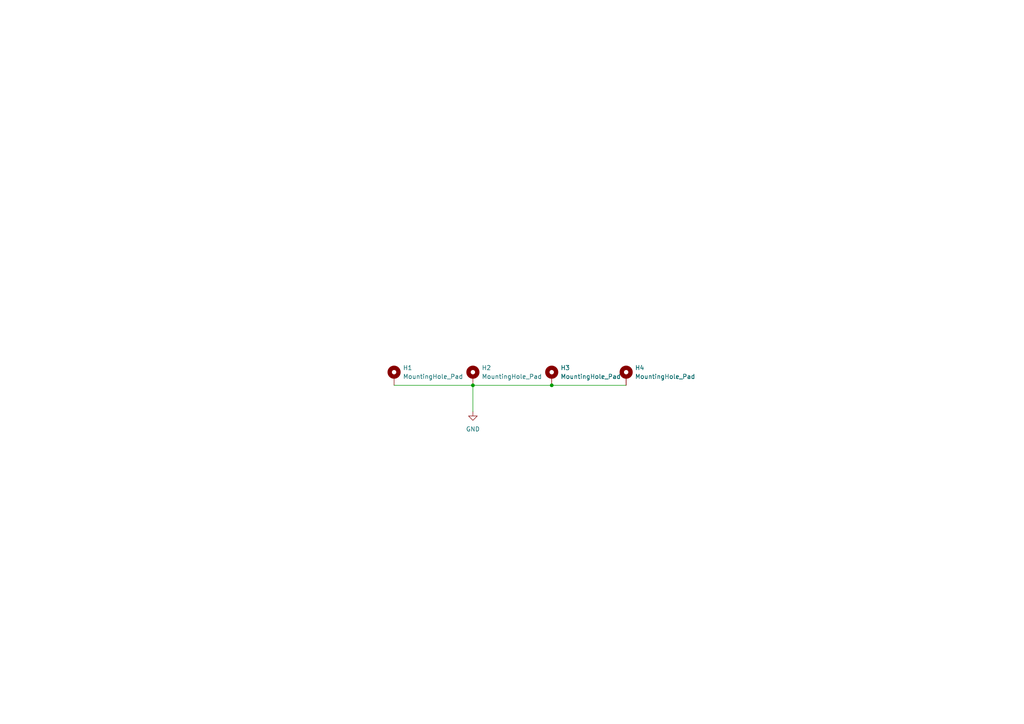
<source format=kicad_sch>
(kicad_sch (version 20211123) (generator eeschema)
  (paper "A4")
  (lib_symbols
    (symbol "Mechanical:MountingHole_Pad" (pin_numbers hide) (pin_names (offset 1.016) hide)
      (property "Reference" "H" (at 0 6.35 0))
      (property "Value" "MountingHole_Pad" (at 0 4.445 0))
      (symbol "MountingHole_Pad_0_1"
        (circle (center 0 1.27) (radius 1.27) (stroke (width 1.27)))
      )
      (symbol "MountingHole_Pad_1_1"
        (pin input line (at 0 -2.54 90) (length 2.54) (name "1") (number "1"))
      )
    )
    (symbol "power:GND" (power) (pin_names (offset 0))
      (property "Value" "GND" (at 0 -3.81 0))
      (symbol "GND_0_1"
        (polyline (pts (xy 0 0) (xy 0 -1.27) (xy 1.27 -1.27) (xy 0 -2.54) (xy -1.27 -1.27) (xy 0 -1.27)))
      )
      (symbol "GND_1_1"
        (pin power_in line (at 0 0 270) (length 0) hide (name "GND") (number "1"))
      )
    )
  )
  (junction (at 160.02 111.76))
  (junction (at 137.16 111.76))
  (wire (pts (xy 137.16 111.76) (xy 137.16 119.38)))
  (wire (pts (xy 137.16 111.76) (xy 160.02 111.76)))
  (wire (pts (xy 160.02 111.76) (xy 181.61 111.76)))
  (wire (pts (xy 114.3 111.76) (xy 137.16 111.76)))
  (symbol (lib_id "Mechanical:MountingHole_Pad") (at 181.61 109.22 0) (unit 1)
    (property "Reference" "H4" (at 184.15 106.6799 0) (effects (justify left)))
    (property "Value" "MountingHole_Pad" (at 184.15 109.2199 0) (effects (justify left)))
    (property "Footprint" "MountingHole:MountingHole_3.2mm_M3_ISO14580_Pad" (effects hide))
  )
  (symbol (lib_id "power:GND") (at 137.16 119.38 0) (unit 1)
    (property "Reference" "#PWR0101" (effects hide))
    (property "Value" "GND" (at 137.16 124.46 0))
  )
  (symbol (lib_id "Mechanical:MountingHole_Pad") (at 137.16 109.22 0) (unit 1)
    (property "Reference" "H2" (at 139.7 106.6799 0) (effects (justify left)))
    (property "Value" "MountingHole_Pad" (at 139.7 109.2199 0) (effects (justify left)))
    (property "Footprint" "MountingHole:MountingHole_3.2mm_M3_ISO14580_Pad" (effects hide))
  )
  (symbol (lib_id "Mechanical:MountingHole_Pad") (at 160.02 109.22 0) (unit 1)
    (property "Reference" "H3" (at 162.56 106.6799 0) (effects (justify left)))
    (property "Value" "MountingHole_Pad" (at 162.56 109.2199 0) (effects (justify left)))
    (property "Footprint" "MountingHole:MountingHole_3.2mm_M3_ISO14580_Pad" (effects hide))
  )
  (symbol (lib_id "Mechanical:MountingHole_Pad") (at 114.3 109.22 0) (unit 1)
    (property "Reference" "H1" (at 116.84 106.6799 0) (effects (justify left)))
    (property "Value" "MountingHole_Pad" (at 116.84 109.2199 0) (effects (justify left)))
    (property "Footprint" "MountingHole:MountingHole_3.2mm_M3_ISO14580_Pad" (effects hide))
  )
)
</source>
